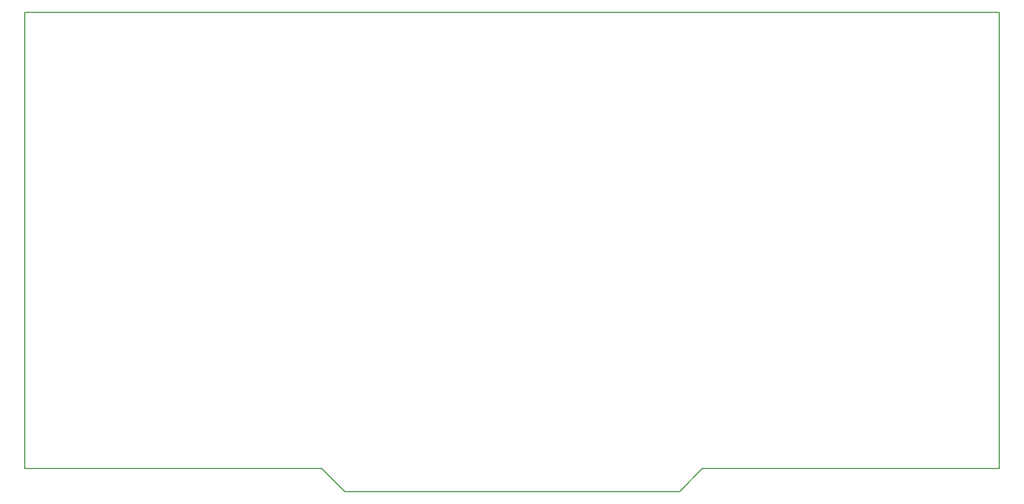
<source format=gko>
G75*
G70*
%OFA0B0*%
%FSLAX25Y25*%
%IPPOS*%
%LPD*%
%AMOC8*
5,1,8,0,0,1.08239X$1,22.5*
%
%ADD83C,0.00591*%
X0000000Y0000000D02*
%LPD*%
G01*
D83*
X0206792Y0000000D02*
X0192028Y0014764D01*
X0438091Y0014764D02*
X0629922Y0014862D01*
X0423327Y0000000D02*
X0206792Y0000000D01*
X0423327Y0000000D02*
X0438091Y0014764D01*
X0000000Y0310335D02*
X0000000Y0014941D01*
X0629922Y0310335D02*
X0629922Y0014862D01*
X0000000Y0014862D02*
X0192028Y0014764D01*
X0000000Y0310335D02*
X0629922Y0310335D01*
X0450098Y0156594D02*
G01*
G75*
X0626280Y0083760D02*
G01*
G75*
X0339075Y0277067D02*
G01*
G75*
X0547933Y0233957D02*
G01*
G75*
X0081791Y0158661D02*
G01*
G75*
X0425295Y0232382D02*
G01*
G75*
X0016732Y0139075D02*
G01*
G75*
X0533071Y0015453D02*
G01*
G75*
M02*

</source>
